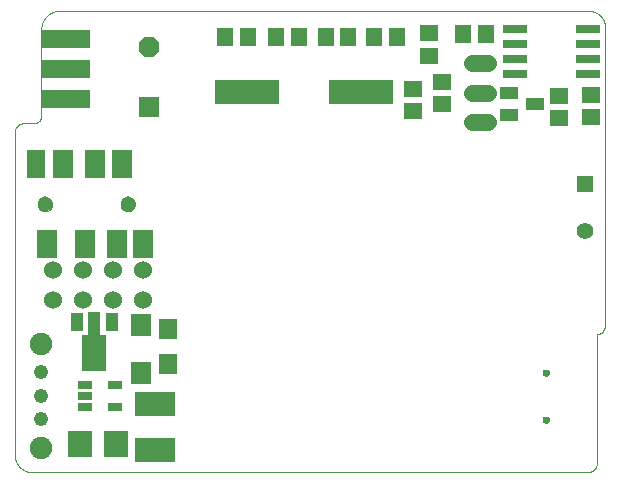
<source format=gts>
G75*
%MOIN*%
%OFA0B0*%
%FSLAX25Y25*%
%IPPOS*%
%LPD*%
%AMOC8*
5,1,8,0,0,1.08239X$1,22.5*
%
%ADD10C,0.00000*%
%ADD11R,0.06896X0.06896*%
%ADD12OC8,0.06896*%
%ADD13C,0.05600*%
%ADD14R,0.16400X0.06400*%
%ADD15R,0.10400X0.06400*%
%ADD16R,0.06400X0.06400*%
%ADD17R,0.05518X0.06306*%
%ADD18R,0.21400X0.08000*%
%ADD19R,0.08400X0.03000*%
%ADD20R,0.06306X0.05518*%
%ADD21R,0.05912X0.04337*%
%ADD22C,0.02369*%
%ADD23R,0.06306X0.09258*%
%ADD24R,0.06699X0.09258*%
%ADD25C,0.05124*%
%ADD26C,0.04762*%
%ADD27C,0.07487*%
%ADD28R,0.05912X0.06699*%
%ADD29R,0.13786X0.07880*%
%ADD30R,0.07093X0.07487*%
%ADD31R,0.03900X0.05900*%
%ADD32R,0.03900X0.07900*%
%ADD33R,0.08274X0.12400*%
%ADD34R,0.05550X0.05550*%
%ADD35C,0.05550*%
%ADD36R,0.08274X0.09061*%
%ADD37R,0.05124X0.02565*%
%ADD38C,0.06000*%
D10*
X0011565Y0006895D02*
X0011565Y0114484D01*
X0011567Y0114588D01*
X0011573Y0114692D01*
X0011582Y0114796D01*
X0011595Y0114900D01*
X0011612Y0115002D01*
X0011633Y0115105D01*
X0011658Y0115206D01*
X0011686Y0115306D01*
X0011718Y0115406D01*
X0011753Y0115504D01*
X0011792Y0115600D01*
X0011835Y0115695D01*
X0011881Y0115789D01*
X0011930Y0115881D01*
X0011983Y0115971D01*
X0012039Y0116059D01*
X0012098Y0116145D01*
X0012160Y0116228D01*
X0012225Y0116310D01*
X0012293Y0116389D01*
X0012364Y0116465D01*
X0012438Y0116539D01*
X0012514Y0116610D01*
X0012593Y0116678D01*
X0012675Y0116743D01*
X0012758Y0116805D01*
X0012844Y0116864D01*
X0012932Y0116920D01*
X0013022Y0116973D01*
X0013114Y0117022D01*
X0013208Y0117068D01*
X0013303Y0117111D01*
X0013399Y0117150D01*
X0013497Y0117185D01*
X0013597Y0117217D01*
X0013697Y0117245D01*
X0013798Y0117270D01*
X0013901Y0117291D01*
X0014003Y0117308D01*
X0014107Y0117321D01*
X0014211Y0117330D01*
X0014315Y0117336D01*
X0014419Y0117338D01*
X0014419Y0117339D02*
X0017769Y0117339D01*
X0017871Y0117341D01*
X0017972Y0117347D01*
X0018073Y0117357D01*
X0018174Y0117370D01*
X0018274Y0117388D01*
X0018374Y0117409D01*
X0018472Y0117434D01*
X0018570Y0117463D01*
X0018666Y0117495D01*
X0018761Y0117531D01*
X0018855Y0117571D01*
X0018947Y0117615D01*
X0019037Y0117661D01*
X0019125Y0117712D01*
X0019212Y0117765D01*
X0019296Y0117822D01*
X0019378Y0117882D01*
X0019458Y0117945D01*
X0019535Y0118012D01*
X0019609Y0118081D01*
X0019681Y0118153D01*
X0019750Y0118227D01*
X0019817Y0118304D01*
X0019880Y0118384D01*
X0019940Y0118466D01*
X0019997Y0118550D01*
X0020050Y0118637D01*
X0020101Y0118725D01*
X0020147Y0118815D01*
X0020191Y0118907D01*
X0020231Y0119001D01*
X0020267Y0119096D01*
X0020299Y0119192D01*
X0020328Y0119290D01*
X0020353Y0119388D01*
X0020374Y0119488D01*
X0020392Y0119588D01*
X0020405Y0119689D01*
X0020415Y0119790D01*
X0020421Y0119891D01*
X0020423Y0119993D01*
X0020423Y0148826D01*
X0020424Y0148826D02*
X0020426Y0148979D01*
X0020432Y0149132D01*
X0020441Y0149284D01*
X0020455Y0149436D01*
X0020472Y0149588D01*
X0020494Y0149739D01*
X0020519Y0149890D01*
X0020547Y0150040D01*
X0020580Y0150190D01*
X0020617Y0150338D01*
X0020657Y0150485D01*
X0020701Y0150632D01*
X0020748Y0150777D01*
X0020799Y0150921D01*
X0020854Y0151064D01*
X0020913Y0151205D01*
X0020975Y0151344D01*
X0021040Y0151482D01*
X0021109Y0151619D01*
X0021182Y0151753D01*
X0021258Y0151886D01*
X0021337Y0152017D01*
X0021419Y0152145D01*
X0021505Y0152272D01*
X0021594Y0152396D01*
X0021686Y0152518D01*
X0021781Y0152638D01*
X0021879Y0152755D01*
X0021980Y0152870D01*
X0022084Y0152982D01*
X0022191Y0153091D01*
X0022300Y0153198D01*
X0022412Y0153302D01*
X0022527Y0153403D01*
X0022644Y0153501D01*
X0022764Y0153596D01*
X0022886Y0153688D01*
X0023010Y0153777D01*
X0023137Y0153863D01*
X0023265Y0153945D01*
X0023396Y0154024D01*
X0023529Y0154100D01*
X0023663Y0154173D01*
X0023800Y0154242D01*
X0023938Y0154307D01*
X0024077Y0154369D01*
X0024218Y0154428D01*
X0024361Y0154483D01*
X0024505Y0154534D01*
X0024650Y0154581D01*
X0024797Y0154625D01*
X0024944Y0154665D01*
X0025092Y0154702D01*
X0025242Y0154735D01*
X0025392Y0154763D01*
X0025543Y0154788D01*
X0025694Y0154810D01*
X0025846Y0154827D01*
X0025998Y0154841D01*
X0026150Y0154850D01*
X0026303Y0154856D01*
X0026456Y0154858D01*
X0202791Y0154858D01*
X0202791Y0154859D02*
X0202938Y0154857D01*
X0203085Y0154851D01*
X0203232Y0154842D01*
X0203379Y0154828D01*
X0203525Y0154811D01*
X0203671Y0154790D01*
X0203816Y0154765D01*
X0203961Y0154736D01*
X0204104Y0154704D01*
X0204247Y0154667D01*
X0204389Y0154627D01*
X0204529Y0154584D01*
X0204669Y0154536D01*
X0204807Y0154485D01*
X0204944Y0154431D01*
X0205079Y0154373D01*
X0205213Y0154311D01*
X0205345Y0154246D01*
X0205475Y0154177D01*
X0205604Y0154105D01*
X0205730Y0154030D01*
X0205855Y0153952D01*
X0205977Y0153870D01*
X0206097Y0153785D01*
X0206215Y0153697D01*
X0206331Y0153605D01*
X0206444Y0153511D01*
X0206555Y0153414D01*
X0206663Y0153314D01*
X0206768Y0153211D01*
X0206871Y0153106D01*
X0206971Y0152998D01*
X0207068Y0152887D01*
X0207162Y0152774D01*
X0207254Y0152658D01*
X0207342Y0152540D01*
X0207427Y0152420D01*
X0207509Y0152298D01*
X0207587Y0152173D01*
X0207662Y0152047D01*
X0207734Y0151918D01*
X0207803Y0151788D01*
X0207868Y0151656D01*
X0207930Y0151522D01*
X0207988Y0151387D01*
X0208042Y0151250D01*
X0208093Y0151112D01*
X0208141Y0150972D01*
X0208184Y0150832D01*
X0208224Y0150690D01*
X0208261Y0150547D01*
X0208293Y0150404D01*
X0208322Y0150259D01*
X0208347Y0150114D01*
X0208368Y0149968D01*
X0208385Y0149822D01*
X0208399Y0149675D01*
X0208408Y0149528D01*
X0208414Y0149381D01*
X0208416Y0149234D01*
X0208415Y0149234D02*
X0208223Y0049784D01*
X0208224Y0049784D02*
X0208222Y0049681D01*
X0208216Y0049578D01*
X0208206Y0049476D01*
X0208192Y0049374D01*
X0208175Y0049272D01*
X0208153Y0049172D01*
X0208128Y0049072D01*
X0208099Y0048973D01*
X0208066Y0048876D01*
X0208030Y0048779D01*
X0207990Y0048684D01*
X0207947Y0048591D01*
X0207900Y0048499D01*
X0207850Y0048410D01*
X0207796Y0048322D01*
X0207739Y0048236D01*
X0207679Y0048152D01*
X0207616Y0048071D01*
X0207549Y0047992D01*
X0207480Y0047916D01*
X0207408Y0047843D01*
X0207333Y0047772D01*
X0207256Y0047704D01*
X0207176Y0047639D01*
X0207094Y0047577D01*
X0207010Y0047518D01*
X0206923Y0047463D01*
X0206834Y0047410D01*
X0206744Y0047362D01*
X0206651Y0047316D01*
X0206557Y0047274D01*
X0206462Y0047236D01*
X0206365Y0047201D01*
X0206267Y0047170D01*
X0206167Y0047143D01*
X0206067Y0047119D01*
X0205966Y0047099D01*
X0205865Y0047084D01*
X0205762Y0047071D01*
X0205660Y0047063D01*
X0205659Y0047063D02*
X0205659Y0004345D01*
X0205657Y0004231D01*
X0205651Y0004117D01*
X0205641Y0004003D01*
X0205628Y0003890D01*
X0205610Y0003777D01*
X0205589Y0003664D01*
X0205564Y0003553D01*
X0205535Y0003443D01*
X0205502Y0003333D01*
X0205466Y0003225D01*
X0205426Y0003118D01*
X0205382Y0003012D01*
X0205335Y0002908D01*
X0205284Y0002806D01*
X0205230Y0002706D01*
X0205172Y0002607D01*
X0205111Y0002510D01*
X0205047Y0002416D01*
X0204979Y0002324D01*
X0204909Y0002234D01*
X0204835Y0002147D01*
X0204759Y0002062D01*
X0204679Y0001980D01*
X0204597Y0001900D01*
X0204512Y0001824D01*
X0204425Y0001750D01*
X0204335Y0001680D01*
X0204243Y0001612D01*
X0204149Y0001548D01*
X0204052Y0001487D01*
X0203953Y0001429D01*
X0203853Y0001375D01*
X0203751Y0001324D01*
X0203647Y0001277D01*
X0203541Y0001233D01*
X0203434Y0001193D01*
X0203326Y0001157D01*
X0203216Y0001124D01*
X0203106Y0001095D01*
X0202995Y0001070D01*
X0202882Y0001049D01*
X0202769Y0001031D01*
X0202656Y0001018D01*
X0202542Y0001008D01*
X0202428Y0001002D01*
X0202314Y0001000D01*
X0017470Y0001000D01*
X0017319Y0001002D01*
X0017167Y0001008D01*
X0017015Y0001017D01*
X0016864Y0001031D01*
X0016713Y0001048D01*
X0016562Y0001069D01*
X0016413Y0001095D01*
X0016263Y0001124D01*
X0016115Y0001156D01*
X0015968Y0001193D01*
X0015821Y0001234D01*
X0015676Y0001278D01*
X0015532Y0001326D01*
X0015389Y0001377D01*
X0015247Y0001433D01*
X0015107Y0001492D01*
X0014969Y0001554D01*
X0014832Y0001620D01*
X0014697Y0001690D01*
X0014564Y0001763D01*
X0014432Y0001839D01*
X0014303Y0001919D01*
X0014176Y0002002D01*
X0014051Y0002088D01*
X0013928Y0002178D01*
X0013808Y0002270D01*
X0013690Y0002366D01*
X0013574Y0002465D01*
X0013461Y0002566D01*
X0013351Y0002671D01*
X0013244Y0002778D01*
X0013139Y0002888D01*
X0013037Y0003001D01*
X0012938Y0003116D01*
X0012842Y0003234D01*
X0012749Y0003354D01*
X0012659Y0003477D01*
X0012573Y0003602D01*
X0012490Y0003729D01*
X0012410Y0003858D01*
X0012333Y0003989D01*
X0012260Y0004122D01*
X0012190Y0004257D01*
X0012124Y0004394D01*
X0012061Y0004532D01*
X0012002Y0004672D01*
X0011946Y0004814D01*
X0011894Y0004956D01*
X0011846Y0005101D01*
X0011802Y0005246D01*
X0011761Y0005392D01*
X0011724Y0005540D01*
X0011691Y0005688D01*
X0011662Y0005837D01*
X0011636Y0005987D01*
X0011615Y0006137D01*
X0011597Y0006288D01*
X0011583Y0006439D01*
X0011573Y0006591D01*
X0011567Y0006743D01*
X0011565Y0006895D01*
X0019282Y0090409D02*
X0019284Y0090506D01*
X0019290Y0090603D01*
X0019300Y0090699D01*
X0019314Y0090795D01*
X0019332Y0090891D01*
X0019353Y0090985D01*
X0019379Y0091079D01*
X0019408Y0091171D01*
X0019442Y0091262D01*
X0019478Y0091352D01*
X0019519Y0091440D01*
X0019563Y0091526D01*
X0019611Y0091611D01*
X0019662Y0091693D01*
X0019716Y0091774D01*
X0019774Y0091852D01*
X0019835Y0091927D01*
X0019898Y0092000D01*
X0019965Y0092071D01*
X0020035Y0092138D01*
X0020107Y0092203D01*
X0020182Y0092264D01*
X0020260Y0092323D01*
X0020339Y0092378D01*
X0020421Y0092430D01*
X0020505Y0092478D01*
X0020591Y0092523D01*
X0020679Y0092565D01*
X0020768Y0092603D01*
X0020859Y0092637D01*
X0020951Y0092667D01*
X0021044Y0092694D01*
X0021139Y0092716D01*
X0021234Y0092735D01*
X0021330Y0092750D01*
X0021426Y0092761D01*
X0021523Y0092768D01*
X0021620Y0092771D01*
X0021717Y0092770D01*
X0021814Y0092765D01*
X0021910Y0092756D01*
X0022006Y0092743D01*
X0022102Y0092726D01*
X0022197Y0092705D01*
X0022290Y0092681D01*
X0022383Y0092652D01*
X0022475Y0092620D01*
X0022565Y0092584D01*
X0022653Y0092545D01*
X0022740Y0092501D01*
X0022825Y0092455D01*
X0022908Y0092404D01*
X0022989Y0092351D01*
X0023067Y0092294D01*
X0023144Y0092234D01*
X0023217Y0092171D01*
X0023288Y0092105D01*
X0023356Y0092036D01*
X0023422Y0091964D01*
X0023484Y0091890D01*
X0023543Y0091813D01*
X0023599Y0091734D01*
X0023652Y0091652D01*
X0023702Y0091569D01*
X0023747Y0091483D01*
X0023790Y0091396D01*
X0023829Y0091307D01*
X0023864Y0091217D01*
X0023895Y0091125D01*
X0023922Y0091032D01*
X0023946Y0090938D01*
X0023966Y0090843D01*
X0023982Y0090747D01*
X0023994Y0090651D01*
X0024002Y0090554D01*
X0024006Y0090457D01*
X0024006Y0090361D01*
X0024002Y0090264D01*
X0023994Y0090167D01*
X0023982Y0090071D01*
X0023966Y0089975D01*
X0023946Y0089880D01*
X0023922Y0089786D01*
X0023895Y0089693D01*
X0023864Y0089601D01*
X0023829Y0089511D01*
X0023790Y0089422D01*
X0023747Y0089335D01*
X0023702Y0089249D01*
X0023652Y0089166D01*
X0023599Y0089084D01*
X0023543Y0089005D01*
X0023484Y0088928D01*
X0023422Y0088854D01*
X0023356Y0088782D01*
X0023288Y0088713D01*
X0023217Y0088647D01*
X0023144Y0088584D01*
X0023067Y0088524D01*
X0022989Y0088467D01*
X0022908Y0088414D01*
X0022825Y0088363D01*
X0022740Y0088317D01*
X0022653Y0088273D01*
X0022565Y0088234D01*
X0022475Y0088198D01*
X0022383Y0088166D01*
X0022290Y0088137D01*
X0022197Y0088113D01*
X0022102Y0088092D01*
X0022006Y0088075D01*
X0021910Y0088062D01*
X0021814Y0088053D01*
X0021717Y0088048D01*
X0021620Y0088047D01*
X0021523Y0088050D01*
X0021426Y0088057D01*
X0021330Y0088068D01*
X0021234Y0088083D01*
X0021139Y0088102D01*
X0021044Y0088124D01*
X0020951Y0088151D01*
X0020859Y0088181D01*
X0020768Y0088215D01*
X0020679Y0088253D01*
X0020591Y0088295D01*
X0020505Y0088340D01*
X0020421Y0088388D01*
X0020339Y0088440D01*
X0020260Y0088495D01*
X0020182Y0088554D01*
X0020107Y0088615D01*
X0020035Y0088680D01*
X0019965Y0088747D01*
X0019898Y0088818D01*
X0019835Y0088891D01*
X0019774Y0088966D01*
X0019716Y0089044D01*
X0019662Y0089125D01*
X0019611Y0089207D01*
X0019563Y0089292D01*
X0019519Y0089378D01*
X0019478Y0089466D01*
X0019442Y0089556D01*
X0019408Y0089647D01*
X0019379Y0089739D01*
X0019353Y0089833D01*
X0019332Y0089927D01*
X0019314Y0090023D01*
X0019300Y0090119D01*
X0019290Y0090215D01*
X0019284Y0090312D01*
X0019282Y0090409D01*
X0046841Y0090409D02*
X0046843Y0090506D01*
X0046849Y0090603D01*
X0046859Y0090699D01*
X0046873Y0090795D01*
X0046891Y0090891D01*
X0046912Y0090985D01*
X0046938Y0091079D01*
X0046967Y0091171D01*
X0047001Y0091262D01*
X0047037Y0091352D01*
X0047078Y0091440D01*
X0047122Y0091526D01*
X0047170Y0091611D01*
X0047221Y0091693D01*
X0047275Y0091774D01*
X0047333Y0091852D01*
X0047394Y0091927D01*
X0047457Y0092000D01*
X0047524Y0092071D01*
X0047594Y0092138D01*
X0047666Y0092203D01*
X0047741Y0092264D01*
X0047819Y0092323D01*
X0047898Y0092378D01*
X0047980Y0092430D01*
X0048064Y0092478D01*
X0048150Y0092523D01*
X0048238Y0092565D01*
X0048327Y0092603D01*
X0048418Y0092637D01*
X0048510Y0092667D01*
X0048603Y0092694D01*
X0048698Y0092716D01*
X0048793Y0092735D01*
X0048889Y0092750D01*
X0048985Y0092761D01*
X0049082Y0092768D01*
X0049179Y0092771D01*
X0049276Y0092770D01*
X0049373Y0092765D01*
X0049469Y0092756D01*
X0049565Y0092743D01*
X0049661Y0092726D01*
X0049756Y0092705D01*
X0049849Y0092681D01*
X0049942Y0092652D01*
X0050034Y0092620D01*
X0050124Y0092584D01*
X0050212Y0092545D01*
X0050299Y0092501D01*
X0050384Y0092455D01*
X0050467Y0092404D01*
X0050548Y0092351D01*
X0050626Y0092294D01*
X0050703Y0092234D01*
X0050776Y0092171D01*
X0050847Y0092105D01*
X0050915Y0092036D01*
X0050981Y0091964D01*
X0051043Y0091890D01*
X0051102Y0091813D01*
X0051158Y0091734D01*
X0051211Y0091652D01*
X0051261Y0091569D01*
X0051306Y0091483D01*
X0051349Y0091396D01*
X0051388Y0091307D01*
X0051423Y0091217D01*
X0051454Y0091125D01*
X0051481Y0091032D01*
X0051505Y0090938D01*
X0051525Y0090843D01*
X0051541Y0090747D01*
X0051553Y0090651D01*
X0051561Y0090554D01*
X0051565Y0090457D01*
X0051565Y0090361D01*
X0051561Y0090264D01*
X0051553Y0090167D01*
X0051541Y0090071D01*
X0051525Y0089975D01*
X0051505Y0089880D01*
X0051481Y0089786D01*
X0051454Y0089693D01*
X0051423Y0089601D01*
X0051388Y0089511D01*
X0051349Y0089422D01*
X0051306Y0089335D01*
X0051261Y0089249D01*
X0051211Y0089166D01*
X0051158Y0089084D01*
X0051102Y0089005D01*
X0051043Y0088928D01*
X0050981Y0088854D01*
X0050915Y0088782D01*
X0050847Y0088713D01*
X0050776Y0088647D01*
X0050703Y0088584D01*
X0050626Y0088524D01*
X0050548Y0088467D01*
X0050467Y0088414D01*
X0050384Y0088363D01*
X0050299Y0088317D01*
X0050212Y0088273D01*
X0050124Y0088234D01*
X0050034Y0088198D01*
X0049942Y0088166D01*
X0049849Y0088137D01*
X0049756Y0088113D01*
X0049661Y0088092D01*
X0049565Y0088075D01*
X0049469Y0088062D01*
X0049373Y0088053D01*
X0049276Y0088048D01*
X0049179Y0088047D01*
X0049082Y0088050D01*
X0048985Y0088057D01*
X0048889Y0088068D01*
X0048793Y0088083D01*
X0048698Y0088102D01*
X0048603Y0088124D01*
X0048510Y0088151D01*
X0048418Y0088181D01*
X0048327Y0088215D01*
X0048238Y0088253D01*
X0048150Y0088295D01*
X0048064Y0088340D01*
X0047980Y0088388D01*
X0047898Y0088440D01*
X0047819Y0088495D01*
X0047741Y0088554D01*
X0047666Y0088615D01*
X0047594Y0088680D01*
X0047524Y0088747D01*
X0047457Y0088818D01*
X0047394Y0088891D01*
X0047333Y0088966D01*
X0047275Y0089044D01*
X0047221Y0089125D01*
X0047170Y0089207D01*
X0047122Y0089292D01*
X0047078Y0089378D01*
X0047037Y0089466D01*
X0047001Y0089556D01*
X0046967Y0089647D01*
X0046938Y0089739D01*
X0046912Y0089833D01*
X0046891Y0089927D01*
X0046873Y0090023D01*
X0046859Y0090119D01*
X0046849Y0090215D01*
X0046843Y0090312D01*
X0046841Y0090409D01*
X0187668Y0034268D02*
X0187670Y0034330D01*
X0187676Y0034393D01*
X0187686Y0034454D01*
X0187700Y0034515D01*
X0187717Y0034575D01*
X0187738Y0034634D01*
X0187764Y0034691D01*
X0187792Y0034746D01*
X0187824Y0034800D01*
X0187860Y0034851D01*
X0187898Y0034901D01*
X0187940Y0034947D01*
X0187984Y0034991D01*
X0188032Y0035032D01*
X0188081Y0035070D01*
X0188133Y0035104D01*
X0188187Y0035135D01*
X0188243Y0035163D01*
X0188301Y0035187D01*
X0188360Y0035208D01*
X0188420Y0035224D01*
X0188481Y0035237D01*
X0188543Y0035246D01*
X0188605Y0035251D01*
X0188668Y0035252D01*
X0188730Y0035249D01*
X0188792Y0035242D01*
X0188854Y0035231D01*
X0188914Y0035216D01*
X0188974Y0035198D01*
X0189032Y0035176D01*
X0189089Y0035150D01*
X0189144Y0035120D01*
X0189197Y0035087D01*
X0189248Y0035051D01*
X0189296Y0035012D01*
X0189342Y0034969D01*
X0189385Y0034924D01*
X0189425Y0034876D01*
X0189462Y0034826D01*
X0189496Y0034773D01*
X0189527Y0034719D01*
X0189553Y0034663D01*
X0189577Y0034605D01*
X0189596Y0034545D01*
X0189612Y0034485D01*
X0189624Y0034423D01*
X0189632Y0034362D01*
X0189636Y0034299D01*
X0189636Y0034237D01*
X0189632Y0034174D01*
X0189624Y0034113D01*
X0189612Y0034051D01*
X0189596Y0033991D01*
X0189577Y0033931D01*
X0189553Y0033873D01*
X0189527Y0033817D01*
X0189496Y0033763D01*
X0189462Y0033710D01*
X0189425Y0033660D01*
X0189385Y0033612D01*
X0189342Y0033567D01*
X0189296Y0033524D01*
X0189248Y0033485D01*
X0189197Y0033449D01*
X0189144Y0033416D01*
X0189089Y0033386D01*
X0189032Y0033360D01*
X0188974Y0033338D01*
X0188914Y0033320D01*
X0188854Y0033305D01*
X0188792Y0033294D01*
X0188730Y0033287D01*
X0188668Y0033284D01*
X0188605Y0033285D01*
X0188543Y0033290D01*
X0188481Y0033299D01*
X0188420Y0033312D01*
X0188360Y0033328D01*
X0188301Y0033349D01*
X0188243Y0033373D01*
X0188187Y0033401D01*
X0188133Y0033432D01*
X0188081Y0033466D01*
X0188032Y0033504D01*
X0187984Y0033545D01*
X0187940Y0033589D01*
X0187898Y0033635D01*
X0187860Y0033685D01*
X0187824Y0033736D01*
X0187792Y0033790D01*
X0187764Y0033845D01*
X0187738Y0033902D01*
X0187717Y0033961D01*
X0187700Y0034021D01*
X0187686Y0034082D01*
X0187676Y0034143D01*
X0187670Y0034206D01*
X0187668Y0034268D01*
X0187668Y0018520D02*
X0187670Y0018582D01*
X0187676Y0018645D01*
X0187686Y0018706D01*
X0187700Y0018767D01*
X0187717Y0018827D01*
X0187738Y0018886D01*
X0187764Y0018943D01*
X0187792Y0018998D01*
X0187824Y0019052D01*
X0187860Y0019103D01*
X0187898Y0019153D01*
X0187940Y0019199D01*
X0187984Y0019243D01*
X0188032Y0019284D01*
X0188081Y0019322D01*
X0188133Y0019356D01*
X0188187Y0019387D01*
X0188243Y0019415D01*
X0188301Y0019439D01*
X0188360Y0019460D01*
X0188420Y0019476D01*
X0188481Y0019489D01*
X0188543Y0019498D01*
X0188605Y0019503D01*
X0188668Y0019504D01*
X0188730Y0019501D01*
X0188792Y0019494D01*
X0188854Y0019483D01*
X0188914Y0019468D01*
X0188974Y0019450D01*
X0189032Y0019428D01*
X0189089Y0019402D01*
X0189144Y0019372D01*
X0189197Y0019339D01*
X0189248Y0019303D01*
X0189296Y0019264D01*
X0189342Y0019221D01*
X0189385Y0019176D01*
X0189425Y0019128D01*
X0189462Y0019078D01*
X0189496Y0019025D01*
X0189527Y0018971D01*
X0189553Y0018915D01*
X0189577Y0018857D01*
X0189596Y0018797D01*
X0189612Y0018737D01*
X0189624Y0018675D01*
X0189632Y0018614D01*
X0189636Y0018551D01*
X0189636Y0018489D01*
X0189632Y0018426D01*
X0189624Y0018365D01*
X0189612Y0018303D01*
X0189596Y0018243D01*
X0189577Y0018183D01*
X0189553Y0018125D01*
X0189527Y0018069D01*
X0189496Y0018015D01*
X0189462Y0017962D01*
X0189425Y0017912D01*
X0189385Y0017864D01*
X0189342Y0017819D01*
X0189296Y0017776D01*
X0189248Y0017737D01*
X0189197Y0017701D01*
X0189144Y0017668D01*
X0189089Y0017638D01*
X0189032Y0017612D01*
X0188974Y0017590D01*
X0188914Y0017572D01*
X0188854Y0017557D01*
X0188792Y0017546D01*
X0188730Y0017539D01*
X0188668Y0017536D01*
X0188605Y0017537D01*
X0188543Y0017542D01*
X0188481Y0017551D01*
X0188420Y0017564D01*
X0188360Y0017580D01*
X0188301Y0017601D01*
X0188243Y0017625D01*
X0188187Y0017653D01*
X0188133Y0017684D01*
X0188081Y0017718D01*
X0188032Y0017756D01*
X0187984Y0017797D01*
X0187940Y0017841D01*
X0187898Y0017887D01*
X0187860Y0017937D01*
X0187824Y0017988D01*
X0187792Y0018042D01*
X0187764Y0018097D01*
X0187738Y0018154D01*
X0187717Y0018213D01*
X0187700Y0018273D01*
X0187686Y0018334D01*
X0187676Y0018395D01*
X0187670Y0018458D01*
X0187668Y0018520D01*
D11*
X0056447Y0122732D03*
D12*
X0056447Y0142732D03*
D13*
X0164030Y0137491D02*
X0169230Y0137491D01*
X0169230Y0127649D02*
X0164030Y0127649D01*
X0164030Y0117806D02*
X0169230Y0117806D01*
D14*
X0028691Y0125409D03*
X0028691Y0145409D03*
D15*
X0025691Y0135409D03*
D16*
X0033691Y0135409D03*
D17*
X0081762Y0146039D03*
X0089242Y0146039D03*
X0098770Y0146039D03*
X0106250Y0146039D03*
X0115148Y0146039D03*
X0122628Y0146039D03*
X0131329Y0146118D03*
X0138809Y0146118D03*
X0161014Y0147063D03*
X0168494Y0147063D03*
D18*
X0127100Y0127811D03*
X0089100Y0127811D03*
D19*
X0178363Y0133697D03*
X0178363Y0138697D03*
X0178363Y0143697D03*
X0178363Y0148697D03*
X0202563Y0148697D03*
X0202563Y0143697D03*
X0202563Y0138697D03*
X0202563Y0133697D03*
D20*
X0203494Y0126945D03*
X0203494Y0119465D03*
X0192982Y0119110D03*
X0192982Y0126591D03*
X0153809Y0123677D03*
X0144360Y0121433D03*
X0144360Y0128913D03*
X0153809Y0131157D03*
X0149557Y0139858D03*
X0149557Y0147339D03*
D21*
X0176407Y0127575D03*
X0176407Y0120094D03*
X0185069Y0123835D03*
D22*
X0188652Y0034268D03*
X0188652Y0018520D03*
D23*
X0018494Y0103697D03*
D24*
X0027549Y0103697D03*
X0038179Y0103697D03*
X0047234Y0103697D03*
X0045659Y0077122D03*
X0054321Y0077122D03*
X0035030Y0077122D03*
X0022431Y0077122D03*
D25*
X0021644Y0090409D03*
X0049203Y0090409D03*
D26*
X0020148Y0034504D03*
X0020148Y0026630D03*
X0020148Y0018756D03*
D27*
X0020148Y0009307D03*
X0020148Y0043953D03*
D28*
X0062628Y0048913D03*
X0062628Y0037102D03*
D29*
X0058455Y0023874D03*
X0058455Y0008520D03*
D30*
X0053533Y0034150D03*
X0053533Y0050291D03*
D31*
X0044006Y0051157D03*
X0032195Y0051157D03*
D32*
X0038100Y0050371D03*
D33*
X0038100Y0040771D03*
D34*
X0201644Y0097102D03*
D35*
X0201644Y0081354D03*
D36*
X0045266Y0010409D03*
X0033455Y0010409D03*
D37*
X0034872Y0022772D03*
X0034872Y0026512D03*
X0034872Y0030252D03*
X0045108Y0030252D03*
X0045108Y0022772D03*
D38*
X0044321Y0058480D03*
X0054321Y0058480D03*
X0054321Y0068480D03*
X0044321Y0068480D03*
X0034321Y0068480D03*
X0024321Y0068480D03*
X0024321Y0058480D03*
X0034321Y0058480D03*
M02*

</source>
